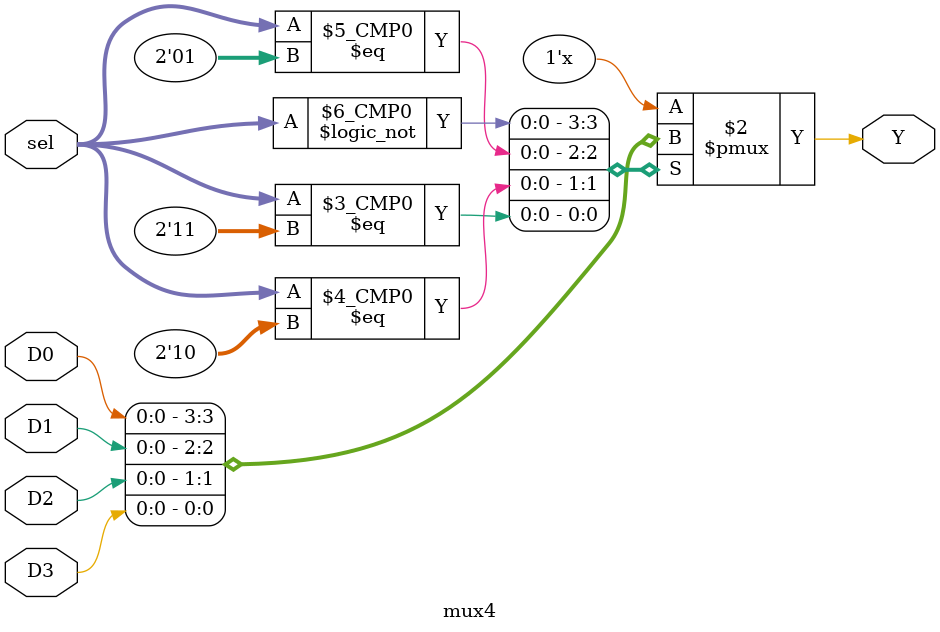
<source format=sv>
`timescale 1ns / 1ps

module mux8(
    input logic D0, D1, D2, D3, D4, D5, D6, D7, input logic[2:0] sel, output logic Y
    );
    wire int0, int1;
    
    mux4 m1(D0, D1, D2, D3, sel[1:0], int0);
    mux4 m2(D4, D5, D6, D7, sel[1:0], int1);
    
    always_comb begin
        if(sel[2])
            Y <= int1;
        else
            Y <= int0;
    end
endmodule

module mux4(input logic D0, D1, D2, D3, input logic[1:0] sel, output logic Y);
    always_comb begin
        case(sel)
            2'b00:
                Y <= D0;
            2'b01:
                Y <= D1;
            2'b10:
                Y <= D2;
            2'b11:
                Y <= D3;
        endcase
    end
endmodule

</source>
